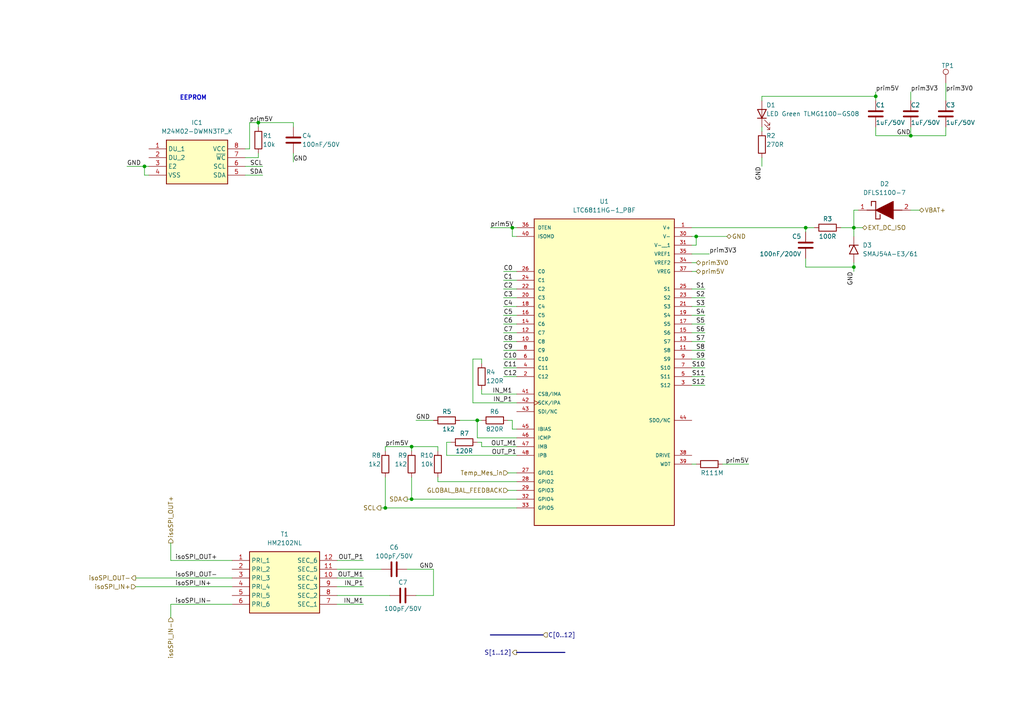
<source format=kicad_sch>
(kicad_sch (version 20230121) (generator eeschema)
  (paper "A4")
  (title_block (title "Primary Battery monitoring IC") (date "2023-12-30") (rev "V1.0") (company "Valais Wallis Racing Team") (comment 1 "Bétrisey Mattia"))
  (lib_symbols
    (symbol "Connector:TestPoint" (pin_numbers hide) (pin_names (offset 0.762) hide)
      (property "Reference" "TP" (at 0 6.858 0))
      (property "Value" "TestPoint" (at 0 5.08 0))
      (symbol "TestPoint_0_1"
        (circle (center 0 3.302) (radius 0.762))
      )
      (symbol "TestPoint_1_1"
        (pin passive line (at 0 0 90) (length 2.54) (name "1") (number "1"))
      )
    )
    (symbol "DFLS1100-7:DFLS1100-7" (pin_names hide)
      (property "Reference" "D" (at 11.43 5.08 0))
      (property "Value" "DFLS1100-7" (at 11.43 2.54 0))
      (symbol "DFLS1100-7_1_1"
        (polyline (pts (xy 2.54 0) (xy 5.08 0)) (stroke (width 0.254)))
        (polyline (pts (xy 5.08 2.54) (xy 5.08 -2.54)) (stroke (width 0.254)))
        (polyline (pts (xy 10.16 0) (xy 12.7 0)) (stroke (width 0.254)))
        (polyline (pts (xy 5.08 -2.54) (xy 3.81 -2.54) (xy 3.81 -1.27)) (stroke (width 0.254)))
        (polyline (pts (xy 5.08 2.54) (xy 6.35 2.54) (xy 6.35 1.27)) (stroke (width 0.254)))
        (polyline (pts (xy 5.08 0) (xy 10.16 2.54) (xy 10.16 -2.54) (xy 5.08 0)) (stroke (width 0.254)) (fill (type outline)))
        (pin passive line (at 0 0 0) (length 2.54) (name "K") (number "1"))
        (pin passive line (at 15.24 0 180) (length 2.54) (name "A") (number "2"))
      )
    )
    (symbol "Device:C" (pin_numbers hide) (pin_names (offset 0.254))
      (property "Reference" "C" (at 0.635 2.54 0))
      (property "Value" "C" (at 0.635 -2.54 0))
      (symbol "C_0_1"
        (polyline (pts (xy -2.032 -0.762) (xy 2.032 -0.762)) (stroke (width 0.508)))
        (polyline (pts (xy -2.032 0.762) (xy 2.032 0.762)) (stroke (width 0.508)))
      )
      (symbol "C_1_1"
        (pin passive line (at 0 3.81 270) (length 2.794) (name "~") (number "1"))
        (pin passive line (at 0 -3.81 90) (length 2.794) (name "~") (number "2"))
      )
    )
    (symbol "Device:LED" (pin_numbers hide) (pin_names (offset 1.016) hide)
      (property "Reference" "D" (at 0 2.54 0))
      (property "Value" "LED" (at 0 -2.54 0))
      (symbol "LED_0_1"
        (polyline (pts (xy -1.27 -1.27) (xy -1.27 1.27)) (stroke (width 0.254)))
        (polyline (pts (xy -1.27 0) (xy 1.27 0)))
        (polyline (pts (xy 1.27 -1.27) (xy 1.27 1.27) (xy -1.27 0) (xy 1.27 -1.27)) (stroke (width 0.254)))
        (polyline (pts (xy -3.048 -0.762) (xy -4.572 -2.286) (xy -3.81 -2.286) (xy -4.572 -2.286) (xy -4.572 -1.524)))
        (polyline (pts (xy -1.778 -0.762) (xy -3.302 -2.286) (xy -2.54 -2.286) (xy -3.302 -2.286) (xy -3.302 -1.524)))
      )
      (symbol "LED_1_1"
        (pin passive line (at -3.81 0 0) (length 2.54) (name "K") (number "1"))
        (pin passive line (at 3.81 0 180) (length 2.54) (name "A") (number "2"))
      )
    )
    (symbol "Device:R" (pin_numbers hide) (pin_names (offset 0))
      (property "Reference" "R" (at 2.032 0 90))
      (property "Value" "R" (at 0 0 90))
      (symbol "R_0_1"
        (rectangle (start -1.016 -2.54) (end 1.016 2.54) (stroke (width 0.254)))
      )
      (symbol "R_1_1"
        (pin passive line (at 0 3.81 270) (length 1.27) (name "~") (number "1"))
        (pin passive line (at 0 -3.81 90) (length 1.27) (name "~") (number "2"))
      )
    )
    (symbol "Diode:SMAJ85A" (pin_numbers hide) (pin_names (offset 1.016) hide)
      (property "Reference" "D" (at 0 2.54 0))
      (property "Value" "SMAJ85A" (at 0 -2.54 0))
      (symbol "SMAJ85A_0_1"
        (polyline (pts (xy -0.762 1.27) (xy -1.27 1.27) (xy -1.27 -1.27)) (stroke (width 0.254)))
        (polyline (pts (xy 1.27 1.27) (xy 1.27 -1.27) (xy -1.27 0) (xy 1.27 1.27)) (stroke (width 0.254)))
      )
      (symbol "SMAJ85A_1_1"
        (pin passive line (at -3.81 0 0) (length 2.54) (name "A1") (number "1"))
        (pin passive line (at 3.81 0 180) (length 2.54) (name "A2") (number "2"))
      )
    )
    (symbol "HM2102NL:HM2102NL"
      (property "Reference" "T" (at 26.67 7.62 0))
      (property "Value" "HM2102NL" (at 26.67 5.08 0))
      (symbol "HM2102NL_1_1"
        (rectangle (start 5.08 2.54) (end 25.4 -15.24) (stroke (width 0.254)) (fill (type background)))
        (pin passive line (at 0 0 0) (length 5.08) (name "PRI_1") (number "1"))
        (pin passive line (at 30.48 -5.08 180) (length 5.08) (name "SEC_4") (number "10"))
        (pin passive line (at 30.48 -2.54 180) (length 5.08) (name "SEC_5") (number "11"))
        (pin passive line (at 30.48 0 180) (length 5.08) (name "SEC_6") (number "12"))
        (pin passive line (at 0 -2.54 0) (length 5.08) (name "PRI_2") (number "2"))
        (pin passive line (at 0 -5.08 0) (length 5.08) (name "PRI_3") (number "3"))
        (pin passive line (at 0 -7.62 0) (length 5.08) (name "PRI_4") (number "4"))
        (pin passive line (at 0 -10.16 0) (length 5.08) (name "PRI_5") (number "5"))
        (pin passive line (at 0 -12.7 0) (length 5.08) (name "PRI_6") (number "6"))
        (pin passive line (at 30.48 -12.7 180) (length 5.08) (name "SEC_1") (number "7"))
        (pin passive line (at 30.48 -10.16 180) (length 5.08) (name "SEC_2") (number "8"))
        (pin passive line (at 30.48 -7.62 180) (length 5.08) (name "SEC_3") (number "9"))
      )
    )
    (symbol "LTC6811HG-1_PBF:LTC6811HG-1_PBF" (pin_names (offset 1.016))
      (property "Reference" "U" (at -20.3929 43.8448 0))
      (property "Value" "LTC6811HG-1_PBF" (at -20.3495 -50.8702 0))
      (symbol "LTC6811HG-1_PBF_0_0"
        (rectangle (start -20.32 -45.72) (end 20.32 43.18) (stroke (width 0.254)) (fill (type background)))
        (pin power_in line (at 25.4 40.64 180) (length 5.08) (name "V+") (number "1"))
        (pin input line (at -25.4 7.62 0) (length 5.08) (name "C8") (number "10"))
        (pin bidirectional line (at 25.4 5.08 180) (length 5.08) (name "S8") (number "11"))
        (pin input line (at -25.4 10.16 0) (length 5.08) (name "C7") (number "12"))
        (pin bidirectional line (at 25.4 7.62 180) (length 5.08) (name "S7") (number "13"))
        (pin input line (at -25.4 12.7 0) (length 5.08) (name "C6") (number "14"))
        (pin bidirectional line (at 25.4 10.16 180) (length 5.08) (name "S6") (number "15"))
        (pin input line (at -25.4 15.24 0) (length 5.08) (name "C5") (number "16"))
        (pin bidirectional line (at 25.4 12.7 180) (length 5.08) (name "S5") (number "17"))
        (pin input line (at -25.4 17.78 0) (length 5.08) (name "C4") (number "18"))
        (pin bidirectional line (at 25.4 15.24 180) (length 5.08) (name "S4") (number "19"))
        (pin input line (at -25.4 -2.54 0) (length 5.08) (name "C12") (number "2"))
        (pin input line (at -25.4 20.32 0) (length 5.08) (name "C3") (number "20"))
        (pin bidirectional line (at 25.4 17.78 180) (length 5.08) (name "S3") (number "21"))
        (pin input line (at -25.4 22.86 0) (length 5.08) (name "C2") (number "22"))
        (pin bidirectional line (at 25.4 20.32 180) (length 5.08) (name "S2") (number "23"))
        (pin input line (at -25.4 25.4 0) (length 5.08) (name "C1") (number "24"))
        (pin bidirectional line (at 25.4 22.86 180) (length 5.08) (name "S1") (number "25"))
        (pin input line (at -25.4 27.94 0) (length 5.08) (name "C0") (number "26"))
        (pin bidirectional line (at -25.4 -30.48 0) (length 5.08) (name "GPIO1") (number "27"))
        (pin bidirectional line (at -25.4 -33.02 0) (length 5.08) (name "GPIO2") (number "28"))
        (pin bidirectional line (at -25.4 -35.56 0) (length 5.08) (name "GPIO3") (number "29"))
        (pin bidirectional line (at 25.4 -5.08 180) (length 5.08) (name "S12") (number "3"))
        (pin power_in line (at 25.4 38.1 180) (length 5.08) (name "V-") (number "30"))
        (pin power_in line (at 25.4 35.56 180) (length 5.08) (name "V-__1") (number "31"))
        (pin bidirectional line (at -25.4 -38.1 0) (length 5.08) (name "GPIO4") (number "32"))
        (pin bidirectional line (at -25.4 -40.64 0) (length 5.08) (name "GPIO5") (number "33"))
        (pin power_in line (at 25.4 30.48 180) (length 5.08) (name "VREF2") (number "34"))
        (pin power_in line (at 25.4 33.02 180) (length 5.08) (name "VREF1") (number "35"))
        (pin input line (at -25.4 40.64 0) (length 5.08) (name "DTEN") (number "36"))
        (pin power_in line (at 25.4 27.94 180) (length 5.08) (name "VREG") (number "37"))
        (pin output line (at 25.4 -25.4 180) (length 5.08) (name "DRIVE") (number "38"))
        (pin output line (at 25.4 -27.94 180) (length 5.08) (name "WDT") (number "39"))
        (pin input line (at -25.4 0 0) (length 5.08) (name "C11") (number "4"))
        (pin input line (at -25.4 38.1 0) (length 5.08) (name "ISOMD") (number "40"))
        (pin input line (at -25.4 -7.62 0) (length 5.08) (name "CSB/IMA") (number "41"))
        (pin input clock (at -25.4 -10.16 0) (length 5.08) (name "SCK/IPA") (number "42"))
        (pin input line (at -25.4 -12.7 0) (length 5.08) (name "SDI/NC") (number "43"))
        (pin output line (at 25.4 -15.24 180) (length 5.08) (name "SDO/NC") (number "44"))
        (pin bidirectional line (at -25.4 -17.78 0) (length 5.08) (name "IBIAS") (number "45"))
        (pin bidirectional line (at -25.4 -20.32 0) (length 5.08) (name "ICMP") (number "46"))
        (pin bidirectional line (at -25.4 -22.86 0) (length 5.08) (name "IMB") (number "47"))
        (pin bidirectional line (at -25.4 -25.4 0) (length 5.08) (name "IPB") (number "48"))
        (pin bidirectional line (at 25.4 -2.54 180) (length 5.08) (name "S11") (number "5"))
        (pin input line (at -25.4 2.54 0) (length 5.08) (name "C10") (number "6"))
        (pin bidirectional line (at 25.4 0 180) (length 5.08) (name "S10") (number "7"))
        (pin input line (at -25.4 5.08 0) (length 5.08) (name "C9") (number "8"))
        (pin bidirectional line (at 25.4 2.54 180) (length 5.08) (name "S9") (number "9"))
      )
    )
    (symbol "M24M02-DWMN3TP_K:M24M02-DWMN3TP_K"
      (property "Reference" "IC" (at 24.13 7.62 0))
      (property "Value" "M24M02-DWMN3TP_K" (at 24.13 5.08 0))
      (symbol "M24M02-DWMN3TP_K_1_1"
        (rectangle (start 5.08 2.54) (end 22.86 -10.16) (stroke (width 0.254)) (fill (type background)))
        (pin passive line (at 0 0 0) (length 5.08) (name "DU_1") (number "1"))
        (pin passive line (at 0 -2.54 0) (length 5.08) (name "DU_2") (number "2"))
        (pin passive line (at 0 -5.08 0) (length 5.08) (name "E2") (number "3"))
        (pin passive line (at 0 -7.62 0) (length 5.08) (name "VSS") (number "4"))
        (pin passive line (at 27.94 -7.62 180) (length 5.08) (name "SDA") (number "5"))
        (pin passive line (at 27.94 -5.08 180) (length 5.08) (name "SCL") (number "6"))
        (pin passive line (at 27.94 -2.54 180) (length 5.08) (name "~{WC}") (number "7"))
        (pin passive line (at 27.94 0 180) (length 5.08) (name "VCC") (number "8"))
      )
    )
  )
  (junction (at 41.91 48.26))
  (junction (at 119.38 144.78))
  (junction (at 247.65 66.04))
  (junction (at 247.65 77.47))
  (junction (at 233.68 66.04))
  (junction (at 264.16 39.37))
  (junction (at 148.59 66.04))
  (junction (at 254 27.94))
  (junction (at 111.76 147.32))
  (junction (at 138.43 121.92))
  (junction (at 201.93 68.58))
  (junction (at 119.38 129.54))
  (junction (at 74.93 35.56))
  (wire (pts (xy 49.53 157.48) (xy 49.53 162.56)))
  (wire (pts (xy 274.32 24.13) (xy 274.32 29.21)))
  (wire (pts (xy 41.91 48.26) (xy 41.91 50.8)))
  (wire (pts (xy 149.86 91.44) (xy 146.05 91.44)))
  (wire (pts (xy 220.98 48.26) (xy 220.98 45.72)))
  (wire (pts (xy 247.65 66.04) (xy 247.65 68.58)))
  (wire (pts (xy 149.86 104.14) (xy 146.05 104.14)))
  (wire (pts (xy 120.65 121.92) (xy 125.73 121.92)))
  (wire (pts (xy 74.93 35.56) (xy 74.93 36.83)))
  (wire (pts (xy 71.12 48.26) (xy 76.2 48.26)))
  (wire (pts (xy 72.39 35.56) (xy 72.39 43.18)))
  (wire (pts (xy 264.16 39.37) (xy 274.32 39.37)))
  (wire (pts (xy 149.86 88.9) (xy 146.05 88.9)))
  (wire (pts (xy 149.86 96.52) (xy 146.05 96.52)))
  (wire (pts (xy 138.43 121.92) (xy 138.43 127)))
  (wire (pts (xy 201.93 68.58) (xy 201.93 71.12)))
  (wire (pts (xy 129.54 128.27) (xy 129.54 132.08)))
  (wire (pts (xy 200.66 71.12) (xy 201.93 71.12)))
  (wire (pts (xy 200.66 109.22) (xy 204.47 109.22)))
  (wire (pts (xy 118.11 165.1) (xy 125.73 165.1)))
  (bus (pts (xy 149.86 189.23) (xy 163.83 189.23)))
  (wire (pts (xy 200.66 104.14) (xy 204.47 104.14)))
  (wire (pts (xy 138.43 121.92) (xy 139.7 121.92)))
  (wire (pts (xy 149.86 99.06) (xy 146.05 99.06)))
  (wire (pts (xy 119.38 144.78) (xy 149.86 144.78)))
  (wire (pts (xy 146.05 106.68) (xy 149.86 106.68)))
  (wire (pts (xy 247.65 76.2) (xy 247.65 77.47)))
  (wire (pts (xy 39.37 167.64) (xy 67.31 167.64)))
  (wire (pts (xy 36.83 48.26) (xy 41.91 48.26)))
  (wire (pts (xy 74.93 44.45) (xy 74.93 45.72)))
  (wire (pts (xy 200.66 86.36) (xy 204.47 86.36)))
  (wire (pts (xy 41.91 48.26) (xy 43.18 48.26)))
  (wire (pts (xy 111.76 129.54) (xy 111.76 130.81)))
  (wire (pts (xy 119.38 129.54) (xy 119.38 130.81)))
  (wire (pts (xy 129.54 132.08) (xy 149.86 132.08)))
  (wire (pts (xy 146.05 109.22) (xy 149.86 109.22)))
  (wire (pts (xy 139.7 128.27) (xy 139.7 129.54)))
  (wire (pts (xy 97.79 167.64) (xy 105.41 167.64)))
  (wire (pts (xy 254 26.67) (xy 254 27.94)))
  (wire (pts (xy 200.66 106.68) (xy 204.47 106.68)))
  (wire (pts (xy 71.12 45.72) (xy 74.93 45.72)))
  (wire (pts (xy 220.98 38.1) (xy 220.98 36.83)))
  (wire (pts (xy 149.86 78.74) (xy 146.05 78.74)))
  (wire (pts (xy 149.86 139.7) (xy 127 139.7)))
  (wire (pts (xy 254 29.21) (xy 254 27.94)))
  (wire (pts (xy 200.66 93.98) (xy 204.47 93.98)))
  (wire (pts (xy 201.93 68.58) (xy 210.82 68.58)))
  (wire (pts (xy 247.65 60.96) (xy 247.65 66.04)))
  (wire (pts (xy 220.98 27.94) (xy 254 27.94)))
  (wire (pts (xy 149.86 101.6) (xy 146.05 101.6)))
  (wire (pts (xy 149.86 86.36) (xy 146.05 86.36)))
  (wire (pts (xy 220.98 27.94) (xy 220.98 29.21)))
  (wire (pts (xy 148.59 66.04) (xy 149.86 66.04)))
  (wire (pts (xy 72.39 35.56) (xy 74.93 35.56)))
  (wire (pts (xy 110.49 147.32) (xy 111.76 147.32)))
  (wire (pts (xy 138.43 128.27) (xy 139.7 128.27)))
  (wire (pts (xy 97.79 165.1) (xy 110.49 165.1)))
  (wire (pts (xy 149.86 142.24) (xy 147.32 142.24)))
  (wire (pts (xy 127 138.43) (xy 127 139.7)))
  (wire (pts (xy 139.7 104.14) (xy 139.7 105.41)))
  (wire (pts (xy 200.66 66.04) (xy 233.68 66.04)))
  (wire (pts (xy 204.47 111.76) (xy 200.66 111.76)))
  (wire (pts (xy 200.66 96.52) (xy 204.47 96.52)))
  (wire (pts (xy 41.91 50.8) (xy 43.18 50.8)))
  (wire (pts (xy 247.65 77.47) (xy 247.65 78.74)))
  (wire (pts (xy 138.43 121.92) (xy 133.35 121.92)))
  (wire (pts (xy 200.66 88.9) (xy 204.47 88.9)))
  (wire (pts (xy 119.38 144.78) (xy 119.38 138.43)))
  (wire (pts (xy 274.32 39.37) (xy 274.32 36.83)))
  (wire (pts (xy 233.68 77.47) (xy 247.65 77.47)))
  (wire (pts (xy 200.66 101.6) (xy 204.47 101.6)))
  (wire (pts (xy 85.09 35.56) (xy 85.09 36.83)))
  (wire (pts (xy 111.76 138.43) (xy 111.76 147.32)))
  (wire (pts (xy 39.37 170.18) (xy 67.31 170.18)))
  (wire (pts (xy 148.59 121.92) (xy 148.59 124.46)))
  (wire (pts (xy 97.79 172.72) (xy 113.03 172.72)))
  (wire (pts (xy 120.65 172.72) (xy 125.73 172.72)))
  (wire (pts (xy 200.66 68.58) (xy 201.93 68.58)))
  (wire (pts (xy 129.54 128.27) (xy 130.81 128.27)))
  (wire (pts (xy 233.68 74.93) (xy 233.68 77.47)))
  (wire (pts (xy 149.86 137.16) (xy 147.32 137.16)))
  (wire (pts (xy 248.92 60.96) (xy 247.65 60.96)))
  (bus (pts (xy 142.24 184.15) (xy 157.48 184.15)))
  (wire (pts (xy 201.93 78.74) (xy 200.66 78.74)))
  (wire (pts (xy 49.53 162.56) (xy 67.31 162.56)))
  (wire (pts (xy 49.53 175.26) (xy 49.53 179.07)))
  (wire (pts (xy 142.24 66.04) (xy 148.59 66.04)))
  (wire (pts (xy 266.7 60.96) (xy 264.16 60.96)))
  (wire (pts (xy 119.38 129.54) (xy 127 129.54)))
  (wire (pts (xy 243.84 66.04) (xy 247.65 66.04)))
  (wire (pts (xy 125.73 165.1) (xy 125.73 172.72)))
  (wire (pts (xy 137.16 116.84) (xy 149.86 116.84)))
  (wire (pts (xy 97.79 175.26) (xy 105.41 175.26)))
  (wire (pts (xy 149.86 81.28) (xy 146.05 81.28)))
  (wire (pts (xy 149.86 93.98) (xy 146.05 93.98)))
  (wire (pts (xy 250.19 66.04) (xy 247.65 66.04)))
  (wire (pts (xy 200.66 76.2) (xy 201.93 76.2)))
  (wire (pts (xy 264.16 26.67) (xy 264.16 29.21)))
  (wire (pts (xy 139.7 113.03) (xy 139.7 114.3)))
  (wire (pts (xy 200.66 91.44) (xy 204.47 91.44)))
  (wire (pts (xy 148.59 68.58) (xy 149.86 68.58)))
  (wire (pts (xy 148.59 121.92) (xy 147.32 121.92)))
  (wire (pts (xy 217.17 134.62) (xy 209.55 134.62)))
  (wire (pts (xy 139.7 129.54) (xy 149.86 129.54)))
  (wire (pts (xy 97.79 170.18) (xy 105.41 170.18)))
  (wire (pts (xy 49.53 175.26) (xy 67.31 175.26)))
  (wire (pts (xy 111.76 147.32) (xy 149.86 147.32)))
  (wire (pts (xy 200.66 73.66) (xy 205.74 73.66)))
  (wire (pts (xy 137.16 104.14) (xy 137.16 116.84)))
  (wire (pts (xy 138.43 127) (xy 149.86 127)))
  (wire (pts (xy 148.59 124.46) (xy 149.86 124.46)))
  (wire (pts (xy 264.16 36.83) (xy 264.16 39.37)))
  (wire (pts (xy 74.93 35.56) (xy 85.09 35.56)))
  (wire (pts (xy 254 39.37) (xy 264.16 39.37)))
  (wire (pts (xy 72.39 43.18) (xy 71.12 43.18)))
  (wire (pts (xy 137.16 104.14) (xy 139.7 104.14)))
  (wire (pts (xy 149.86 83.82) (xy 146.05 83.82)))
  (wire (pts (xy 127 129.54) (xy 127 130.81)))
  (wire (pts (xy 85.09 44.45) (xy 85.09 46.99)))
  (wire (pts (xy 139.7 114.3) (xy 149.86 114.3)))
  (wire (pts (xy 111.76 129.54) (xy 119.38 129.54)))
  (wire (pts (xy 200.66 99.06) (xy 204.47 99.06)))
  (wire (pts (xy 97.79 162.56) (xy 105.41 162.56)))
  (wire (pts (xy 201.93 134.62) (xy 200.66 134.62)))
  (wire (pts (xy 118.11 144.78) (xy 119.38 144.78)))
  (wire (pts (xy 71.12 50.8) (xy 76.2 50.8)))
  (wire (pts (xy 233.68 66.04) (xy 233.68 67.31)))
  (wire (pts (xy 236.22 66.04) (xy 233.68 66.04)))
  (wire (pts (xy 254 39.37) (xy 254 36.83)))
  (wire (pts (xy 200.66 83.82) (xy 204.47 83.82)))
  (wire (pts (xy 148.59 66.04) (xy 148.59 68.58)))
  (text "EEPROM\n" (at 52.07 29.21 0) (effects (font (size 1.27 1.27) (thickness 0.254) bold) (justify left bottom)))
  (label "GND" (at 247.65 78.74 270))
  (label "C5" (at 146.05 91.44 0))
  (label "S7" (at 204.47 99.06 180))
  (label "prim3V3" (at 264.16 26.67 0))
  (label "IN_P1" (at 105.41 170.18 180))
  (label "C10" (at 146.05 104.14 0))
  (label "S8" (at 204.47 101.6 180))
  (label "C4" (at 146.05 88.9 0))
  (label "C8" (at 146.05 99.06 0))
  (label "C12" (at 146.05 109.22 0))
  (label "OUT_M1" (at 149.86 129.54 180))
  (label "OUT_P1" (at 149.86 132.08 180))
  (label "GND" (at 125.73 165.1 180))
  (label "prim3V3" (at 205.74 73.66 0))
  (label "isoSPI_IN+" (at 50.8 170.18 0))
  (label "S11" (at 204.47 109.22 180))
  (label "S3" (at 204.47 88.9 180))
  (label "S6" (at 204.47 96.52 180))
  (label "C6" (at 146.05 93.98 0))
  (label "GND" (at 264.16 39.37 180))
  (label "S5" (at 204.47 93.98 180))
  (label "S12" (at 204.47 111.76 180))
  (label "S2" (at 204.47 86.36 180))
  (label "OUT_P1" (at 105.41 162.56 180))
  (label "C1" (at 146.05 81.28 0))
  (label "SCL" (at 76.2 48.26 180))
  (label "S4" (at 204.47 91.44 180))
  (label "OUT_M1" (at 105.41 167.64 180))
  (label "prim5V" (at 254 26.67 0))
  (label "isoSPI_IN-" (at 50.8 175.26 0))
  (label "C2" (at 146.05 83.82 0))
  (label "S10" (at 204.47 106.68 180))
  (label "IN_M1" (at 105.41 175.26 180))
  (label "GND" (at 220.98 48.26 270))
  (label "IN_P1" (at 148.59 116.84 180))
  (label "isoSPI_OUT-" (at 50.8 167.64 0))
  (label "C7" (at 146.05 96.52 0))
  (label "S1" (at 204.47 83.82 180))
  (label "S9" (at 204.47 104.14 180))
  (label "GND" (at 36.83 48.26 0))
  (label "prim5V" (at 142.24 66.04 0))
  (label "prim3V0" (at 274.32 26.67 0))
  (label "prim5V" (at 72.39 35.56 0))
  (label "C11" (at 146.05 106.68 0))
  (label "SDA" (at 76.2 50.8 180))
  (label "prim5V" (at 111.76 129.54 0))
  (label "C9" (at 146.05 101.6 0))
  (label "C0" (at 146.05 78.74 0))
  (label "IN_M1" (at 148.59 114.3 180))
  (label "GND" (at 85.09 46.99 0))
  (label "C3" (at 146.05 86.36 0))
  (label "prim5V" (at 217.17 134.62 180))
  (label "isoSPI_OUT+" (at 50.8 162.56 0))
  (label "GND" (at 120.65 121.92 0))
  (hierarchical_label "prim3V0" (shape bidirectional) (at 201.93 76.2 0))
  (hierarchical_label "C[0..12]" (shape input) (at 157.48 184.15 0))
  (hierarchical_label "S[1..12]" (shape output) (at 149.86 189.23 180))
  (hierarchical_label "isoSPI_IN-" (shape input) (at 49.53 179.07 270))
  (hierarchical_label "GND" (shape bidirectional) (at 210.82 68.58 0))
  (hierarchical_label "SCL" (shape output) (at 110.49 147.32 180))
  (hierarchical_label "isoSPI_OUT+" (shape output) (at 49.53 157.48 90))
  (hierarchical_label "Temp_Mes_in" (shape input) (at 147.32 137.16 180))
  (hierarchical_label "isoSPI_OUT-" (shape output) (at 39.37 167.64 180))
  (hierarchical_label "prim5V" (shape bidirectional) (at 201.93 78.74 0))
  (hierarchical_label "GLOBAL_BAL_FEEDBACK" (shape input) (at 147.32 142.24 180))
  (hierarchical_label "VBAT+" (shape bidirectional) (at 266.7 60.96 0))
  (hierarchical_label "SDA" (shape output) (at 118.11 144.78 180))
  (hierarchical_label "EXT_DC_ISO" (shape bidirectional) (at 250.19 66.04 0))
  (hierarchical_label "isoSPI_IN+" (shape input) (at 39.37 170.18 180))
  (symbol (lib_id "DFLS1100-7:DFLS1100-7") (at 248.92 60.96 0) (mirror x) (unit 1)
    (property "Reference" "D2" (at 256.54 53.34 0))
    (property "Value" "DFLS1100-7" (at 256.54 55.88 0))
    (property "Footprint" "DFLS1100-7:POWERDI123_1" (effects hide))
    (property "Datasheet" "https://datasheet.datasheetarchive.com/originals/distributors/Datasheets-9/DSA-163400.pdf" (effects hide))
    (property "Manufacturer_Name" "Diodes Inc." (effects hide))
    (property "Manufacturer_Part_Number" "DFLS1100-7" (effects hide))
    (property "Mouser Part Number" "621-DFLS1100-7" (effects hide))
    (property "Mouser Price/Stock" "https://www.mouser.co.uk/ProductDetail/Diodes-Incorporated/DFLS1100-7?qs=mQbszxtPdlOXqXCc0ekDEQ%3D%3D" (effects hide))
    (property "Arrow Part Number" "DFLS1100-7" (effects hide))
    (property "Arrow Price/Stock" "https://www.arrow.com/en/products/dfls1100-7/diodes-incorporated?region=nac" (effects hide))
    (property "Seller" "Mouser" (effects hide))
    (property "part number" "621-DFLS1100-7" (effects hide))
    (property "unit price" "0.29" (effects hide))
    (property "DESCRIPTION" "Schottky Diodes & Rectifiers 1.0A 100V" (effects hide))
    (instances (project "BMS-Slave" (path "" (reference "D2") (unit 1)) (path "" (reference "D36") (unit 1))))
  )
  (symbol (lib_id "Connector:TestPoint") (at 274.32 24.13 0) (unit 1)
    (property "Reference" "TP1" (at 273.05 19.05 0) (effects (justify left)))
    (property "Value" "TestPoint" (effects hide))
    (property "Footprint" "TestPoint:TestPoint_Keystone_5000-5004_Miniature" (effects hide))
    (property "DESCRIPTION" "not mounted" (effects hide))
    (instances (project "BMS-Slave" (path "" (reference "TP1") (unit 1)) (path "" (reference "TP13") (unit 1))) (project "BMS-Master" (path "" (reference "TP1") (unit 1)) (path "" (reference "TP27") (unit 1))))
  )
  (symbol (lib_id "Device:C") (at 264.16 33.02 0) (unit 1)
    (property "Reference" "C2" (at 264.16 30.48 0) (effects (justify left)))
    (property "Value" "1uF/50V" (at 264.16 35.56 0) (effects (justify left)))
    (property "Footprint" "Capacitor_SMD:C_0805_2012Metric" (effects hide))
    (property "DESCRIPTION" "Capa 1uF/50V" (effects hide))
    (property "part number" "generic" (effects hide))
    (instances (project "BMS-Slave" (path "" (reference "C2") (unit 1)) (path "" (reference "C105") (unit 1))))
  )
  (symbol (lib_id "Device:C") (at 233.68 71.12 0) (mirror y) (unit 1)
    (property "Reference" "C5" (at 232.41 68.58 0) (effects (justify left)))
    (property "Value" "100nF/200V" (at 232.41 73.66 0) (effects (justify left)))
    (property "Footprint" "Capacitor_SMD:C_1206_3216Metric" (effects hide))
    (property "part number" "generic" (effects hide))
    (property "DESCRIPTION" "Capa 100nF/200V" (effects hide))
    (instances (project "BMS-Slave" (path "" (reference "C5") (unit 1)) (path "" (reference "C108") (unit 1))))
  )
  (symbol (lib_id "Device:R") (at 134.62 128.27 270) (mirror x) (unit 1)
    (property "Reference" "R7" (at 133.35 125.73 90) (effects (justify left)))
    (property "Value" "120R" (at 132.08 130.81 90) (effects (justify left)))
    (property "Footprint" "Resistor_SMD:R_0603_1608Metric" (effects hide))
    (property "part number" "generic" (effects hide))
    (property "DESCRIPTION" "Resistor SMD 120R 0603" (effects hide))
    (instances (project "BMS-Slave" (path "" (reference "R7") (unit 1)) (path "" (reference "R151") (unit 1))))
  )
  (symbol (lib_id "Device:R") (at 129.54 121.92 270) (unit 1)
    (property "Reference" "R5" (at 128.27 119.38 90) (effects (justify left)))
    (property "Value" "1k2" (at 128.27 124.46 90) (effects (justify left)))
    (property "Footprint" "Resistor_SMD:R_0603_1608Metric" (effects hide))
    (property "part number" "generic" (effects hide))
    (property "DESCRIPTION" "Resistor SMD 1k2 0603" (effects hide))
    (instances (project "BMS-Slave" (path "" (reference "R5") (unit 1)) (path "" (reference "R149") (unit 1))))
  )
  (symbol (lib_id "Device:R") (at 119.38 134.62 0) (mirror y) (unit 1)
    (property "Reference" "R9" (at 118.11 132.08 0) (effects (justify left)))
    (property "Value" "1k2" (at 118.11 134.62 0) (effects (justify left)))
    (property "Footprint" "Resistor_SMD:R_0603_1608Metric" (effects hide))
    (property "part number" "generic" (effects hide))
    (property "DESCRIPTION" "Resistor SMD 1k2 0603" (effects hide))
    (instances (project "BMS-Slave" (path "" (reference "R9") (unit 1)) (path "" (reference "R153") (unit 1))))
  )
  (symbol (lib_id "Device:R") (at 220.98 41.91 0) (unit 1)
    (property "Reference" "R2" (at 222.25 39.37 0) (effects (justify left)))
    (property "Value" "270R" (at 222.25 41.91 0) (effects (justify left)))
    (property "Footprint" "Resistor_SMD:R_0603_1608Metric" (effects hide))
    (property "part number" "generic" (effects hide))
    (property "DESCRIPTION" "Resistor SMD 270R 0603" (effects hide))
    (instances (project "BMS-Slave" (path "" (reference "R2") (unit 1)) (path "" (reference "R146") (unit 1))))
  )
  (symbol (lib_id "Device:C") (at 116.84 172.72 90) (unit 1)
    (property "Reference" "C7" (at 116.84 168.91 90))
    (property "Value" "100pF/50V" (at 116.84 176.53 90))
    (property "Footprint" "Capacitor_SMD:C_0603_1608Metric" (effects hide))
    (property "part number" "generic" (effects hide))
    (property "DESCRIPTION" "Capa 100pF/50V" (effects hide))
    (instances (project "BMS-Slave" (path "" (reference "C7") (unit 1)) (path "" (reference "C110") (unit 1))))
  )
  (symbol (lib_id "Device:R") (at 74.93 40.64 0) (unit 1)
    (property "Reference" "R1" (at 76.2 39.37 0) (effects (justify left)))
    (property "Value" "10k" (at 76.2 41.91 0) (effects (justify left)))
    (property "Footprint" "Resistor_SMD:R_0603_1608Metric" (effects hide))
    (property "part number" "generic" (effects hide))
    (property "DESCRIPTION" "Resistor SMD 10k 0603" (effects hide))
    (instances (project "BMS-Slave" (path "" (reference "R1") (unit 1)) (path "" (reference "R145") (unit 1))))
  )
  (symbol (lib_id "Device:R") (at 111.76 134.62 0) (mirror y) (unit 1)
    (property "Reference" "R8" (at 110.49 132.08 0) (effects (justify left)))
    (property "Value" "1k2" (at 110.49 134.62 0) (effects (justify left)))
    (property "Footprint" "Resistor_SMD:R_0603_1608Metric" (effects hide))
    (property "part number" "generic" (effects hide))
    (property "DESCRIPTION" "Resistor SMD 1k2 0603" (effects hide))
    (instances (project "BMS-Slave" (path "" (reference "R8") (unit 1)) (path "" (reference "R152") (unit 1))))
  )
  (symbol (lib_id "HM2102NL:HM2102NL") (at 67.31 162.56 0) (unit 1)
    (property "Reference" "T1" (at 82.55 154.94 0))
    (property "Value" "HM2102NL" (at 82.55 157.48 0))
    (property "Footprint" "HM2102NL:SOP200P1473X500-12N" (effects hide))
    (property "Datasheet" "https://productfinder.pulseeng.com/doc_type/WEB301/doc_num/HM2102NL/doc_part/HM2102NL.pdf" (effects hide))
    (property "Height" "5" (effects hide))
    (property "Manufacturer_Name" "Pulse Electronics" (effects hide))
    (property "Manufacturer_Part_Number" "HM2102NL" (effects hide))
    (property "Mouser Part Number" "673-HM2102NL" (effects hide))
    (property "Mouser Price/Stock" "https://www.mouser.co.uk/ProductDetail/Pulse-Electronics/HM2102NL?qs=1mbolxNpo8c93YBFuby5tg%3D%3D" (effects hide))
    (property "Arrow Part Number" "HM2102NL" (effects hide))
    (property "Arrow Price/Stock" "https://www.arrow.com/en/products/hm2102nl/pulse-electronics-corporation" (effects hide))
    (property "Seller" "Farnell" (effects hide))
    (property "part number" "3861166" (effects hide))
    (property "unit price" "5.97" (effects hide))
    (property "DESCRIPTION" "Common Mode Chokes / Filters MDL DUAL XFMR-CMC AEC-Q200" (effects hide))
    (instances (project "BMS-Slave" (path "" (reference "T1") (unit 1)) (path "" (reference "T4") (unit 1))))
  )
  (symbol (lib_id "Device:R") (at 143.51 121.92 90) (unit 1)
    (property "Reference" "R6" (at 144.78 119.38 90) (effects (justify left)))
    (property "Value" "820R" (at 146.05 124.46 90) (effects (justify left)))
    (property "Footprint" "Resistor_SMD:R_0603_1608Metric" (effects hide))
    (property "part number" "generic" (effects hide))
    (property "DESCRIPTION" "Resistor SMD 820R 0603" (effects hide))
    (instances (project "BMS-Slave" (path "" (reference "R6") (unit 1)) (path "" (reference "R150") (unit 1))))
  )
  (symbol (lib_id "Device:C") (at 274.32 33.02 0) (unit 1)
    (property "Reference" "C3" (at 274.32 30.48 0) (effects (justify left)))
    (property "Value" "1uF/50V" (at 274.32 35.56 0) (effects (justify left)))
    (property "Footprint" "Capacitor_SMD:C_0805_2012Metric" (effects hide))
    (property "DESCRIPTION" "Capa 1uF/50V" (effects hide))
    (property "part number" "generic" (effects hide))
    (instances (project "BMS-Slave" (path "" (reference "C3") (unit 1)) (path "" (reference "C106") (unit 1))))
  )
  (symbol (lib_id "Device:R") (at 127 134.62 0) (mirror y) (unit 1)
    (property "Reference" "R10" (at 125.73 132.08 0) (effects (justify left)))
    (property "Value" "10k" (at 125.73 134.62 0) (effects (justify left)))
    (property "Footprint" "Resistor_SMD:R_0603_1608Metric" (effects hide))
    (property "part number" "generic" (effects hide))
    (property "DESCRIPTION" "Resistor SMD 10k 0603" (effects hide))
    (instances (project "BMS-Slave" (path "" (reference "R10") (unit 1)) (path "" (reference "R154") (unit 1))))
  )
  (symbol (lib_id "Device:C") (at 114.3 165.1 90) (unit 1)
    (property "Reference" "C6" (at 114.3 158.75 90))
    (property "Value" "100pF/50V" (at 114.3 161.29 90))
    (property "Footprint" "Capacitor_SMD:C_0603_1608Metric" (effects hide))
    (property "part number" "generic" (effects hide))
    (property "DESCRIPTION" "Capa 100pF/50V" (effects hide))
    (instances (project "BMS-Slave" (path "" (reference "C6") (unit 1)) (path "" (reference "C109") (unit 1))))
  )
  (symbol (lib_id "Device:C") (at 85.09 40.64 0) (unit 1)
    (property "Reference" "C4" (at 87.63 39.37 0) (effects (justify left)))
    (property "Value" "100nF/50V" (at 87.63 41.91 0) (effects (justify left)))
    (property "Footprint" "Capacitor_SMD:C_0603_1608Metric" (effects hide))
    (property "part number" "generic" (effects hide))
    (property "DESCRIPTION" "Capa 100nF/50V" (effects hide))
    (instances (project "BMS-Slave" (path "" (reference "C4") (unit 1)) (path "" (reference "C107") (unit 1))))
  )
  (symbol (lib_id "Device:R") (at 240.03 66.04 270) (mirror x) (unit 1)
    (property "Reference" "R3" (at 240.03 63.5 90))
    (property "Value" "100R" (at 240.03 68.58 90))
    (property "Footprint" "Resistor_SMD:R_0805_2012Metric" (effects hide))
    (property "part number" "generic" (effects hide))
    (property "DESCRIPTION" "Resistor SMD 100R 0803" (effects hide))
    (instances (project "BMS-Slave" (path "" (reference "R3") (unit 1)) (path "" (reference "R147") (unit 1))))
  )
  (symbol (lib_id "Device:R") (at 139.7 109.22 0) (mirror x) (unit 1)
    (property "Reference" "R4" (at 140.97 107.95 0) (effects (justify left)))
    (property "Value" "120R" (at 140.97 110.49 0) (effects (justify left)))
    (property "Footprint" "Resistor_SMD:R_0603_1608Metric" (effects hide))
    (property "part number" "generic" (effects hide))
    (property "DESCRIPTION" "Resistor SMD 120R 0603" (effects hide))
    (instances (project "BMS-Slave" (path "" (reference "R4") (unit 1)) (path "" (reference "R148") (unit 1))))
  )
  (symbol (lib_id "LTC6811HG-1_PBF:LTC6811HG-1_PBF") (at 175.26 106.68 0) (unit 1)
    (property "Reference" "U1" (at 175.26 58.42 0))
    (property "Value" "LTC6811HG-1_PBF" (at 175.26 60.96 0))
    (property "Footprint" "LTC6811HG-1#PBF:SOP50P780X200-48N" (effects hide))
    (property "MF" "Analog Devices" (effects hide))
    (property "DESCRIPTION" "Battery Management 12 Channel Multicell Battery Monitor with Daisy Chain Interface, Generation 4" (effects hide))
    (property "PACKAGE" "FSOP-48 Analog Devices" (effects hide))
    (property "PRICE" "None" (effects hide))
    (property "Package" "FSOP-48 Analog Devices" (effects hide))
    (property "Check_prices" "https://www.snapeda.com/parts/LTC6811HG-1%23PBF/Analog+Devices/view-part/?ref=eda" (effects hide))
    (property "Price" "None" (effects hide))
    (property "SnapEDA_Link" "https://www.snapeda.com/parts/LTC6811HG-1%23PBF/Analog+Devices/view-part/?ref=snap" (effects hide))
    (property "MP" "LTC6811HG-1#PBF" (effects hide))
    (property "Purchase-URL" "https://www.snapeda.com/api/url_track_click_mouser/?unipart_id=2761924&manufacturer=Analog Devices&part_name=LTC6811HG-1#PBF&search_term=None" (effects hide))
    (property "Availability" "In Stock" (effects hide))
    (property "AVAILABILITY" "Unavailable" (effects hide))
    (property "Description" "\nBattery Battery Monitor IC Multi-Chemistry 48-SSOP\n" (effects hide))
    (property "Seller" "Mouser" (effects hide))
    (property "part number" "584-LTC6811HG-1#PBF" (effects hide))
    (property "unit price" "18.68" (effects hide))
    (property "Manufacturer_Name" "Analog Devices" (effects hide))
    (instances (project "BMS-Slave" (path "" (reference "U1") (unit 1)) (path "" (reference "U11") (unit 1))))
  )
  (symbol (lib_id "Device:LED") (at 220.98 33.02 90) (unit 1)
    (property "Reference" "D1" (at 222.25 30.48 90) (effects (justify right)))
    (property "Value" "LED Green TLMG1100-GS08" (at 222.25 33.02 90) (effects (justify right)))
    (property "Footprint" "LED_SMD:LED_0603_1608Metric" (effects hide))
    (property "Seller" "Mouser" (effects hide))
    (property "part number" "78-TLMG1100" (effects hide))
    (property "unit price" "0.31" (effects hide))
    (property "DESCRIPTION" "Standard LEDs - SMD Green Non-Diffused" (effects hide))
    (property "Manufacturer_Name" "Vishay Semiconductors" (effects hide))
    (instances (project "BMS-Slave" (path "" (reference "D1") (unit 1)) (path "" (reference "D35") (unit 1))))
  )
  (symbol (lib_id "Diode:SMAJ85A") (at 247.65 72.39 90) (mirror x) (unit 1)
    (property "Reference" "D3" (at 250.19 71.12 90) (effects (justify right)))
    (property "Value" "SMAJ54A-E3/61" (at 250.19 73.66 90) (effects (justify right)))
    (property "Footprint" "Diode_SMD:D_SMA" (effects hide))
    (property "Datasheet" "https://www.littelfuse.com/media?resourcetype=datasheets&itemid=75e32973-b177-4ee3-a0ff-cedaf1abdb93&filename=smaj-datasheet" (effects hide))
    (property "Seller" "Mouser" (effects hide))
    (property "part number" "625-SMAJ54A-E3" (effects hide))
    (property "unit price" "0.37" (effects hide))
    (property "DESCRIPTION" "ESD Suppressors / TVS Diodes 400W 54V" (effects hide))
    (property "Manufacturer_Name" "Vishay General Semiconductors" (effects hide))
    (instances (project "BMS-Slave" (path "" (reference "D3") (unit 1)) (path "" (reference "D37") (unit 1))))
  )
  (symbol (lib_id "Device:R") (at 205.74 134.62 270) (unit 1)
    (property "Reference" "R11" (at 203.2 137.16 90) (effects (justify left)))
    (property "Value" "1M" (at 207.01 137.16 90) (effects (justify left)))
    (property "Footprint" "Resistor_SMD:R_0603_1608Metric" (effects hide))
    (property "part number" "generic" (effects hide))
    (property "DESCRIPTION" "Resistor SMD 1M 0603" (effects hide))
    (instances (project "BMS-Slave" (path "" (reference "R11") (unit 1)) (path "" (reference "R155") (unit 1))))
  )
  (symbol (lib_id "Device:C") (at 254 33.02 0) (unit 1)
    (property "Reference" "C1" (at 254 30.48 0) (effects (justify left)))
    (property "Value" "1uF/50V" (at 254 35.56 0) (effects (justify left)))
    (property "Footprint" "Capacitor_SMD:C_0805_2012Metric" (effects hide))
    (property "DESCRIPTION" "Capa 1uF/50V" (effects hide))
    (property "part number" "generic" (effects hide))
    (instances (project "BMS-Slave" (path "" (reference "C1") (unit 1)) (path "" (reference "C104") (unit 1))))
  )
  (symbol (lib_id "M24M02-DWMN3TP_K:M24M02-DWMN3TP_K") (at 43.18 43.18 0) (unit 1)
    (property "Reference" "IC1" (at 57.15 35.56 0))
    (property "Value" "M24M02-DWMN3TP_K" (at 57.15 38.1 0))
    (property "Footprint" "M24M02-DWMN3TPK:SOIC127P600X175-8N" (effects hide))
    (property "Datasheet" "http://www.st.com/st-web-ui/static/active/en/resource/technical/document/datasheet/DM00200595.pdf" (effects hide))
    (property "Height" "1.75" (effects hide))
    (property "Manufacturer_Name" "STMicroelectronics" (effects hide))
    (property "Manufacturer_Part_Number" "M24M02-DWMN3TP/K" (effects hide))
    (property "Mouser Part Number" "511-M24M02-DWMN3TP/K" (effects hide))
    (property "Mouser Price/Stock" "https://www.mouser.co.uk/ProductDetail/STMicroelectronics/M24M02-DWMN3TP-K?qs=BA62vJVifGoXWd89ZCP6xQ%3D%3D" (effects hide))
    (property "Arrow Part Number" "M24M02-DWMN3TP/K" (effects hide))
    (property "Arrow Price/Stock" "https://www.arrow.com/en/products/m24m02-dwmn3tpk/stmicroelectronics?region=nac" (effects hide))
    (property "Seller" "Mouser" (effects hide))
    (property "part number" "511-M24M02-DWMN3TP/K" (effects hide))
    (property "unit price" "3.89" (effects hide))
    (property "DESCRIPTION" "EEPROM Automotive 2-Mbit serial I2C bus EEPROM 1 MHz clock" (effects hide))
    (instances (project "BMS-Slave" (path "" (reference "IC1") (unit 1)) (path "" (reference "IC16") (unit 1))))
  )
)
</source>
